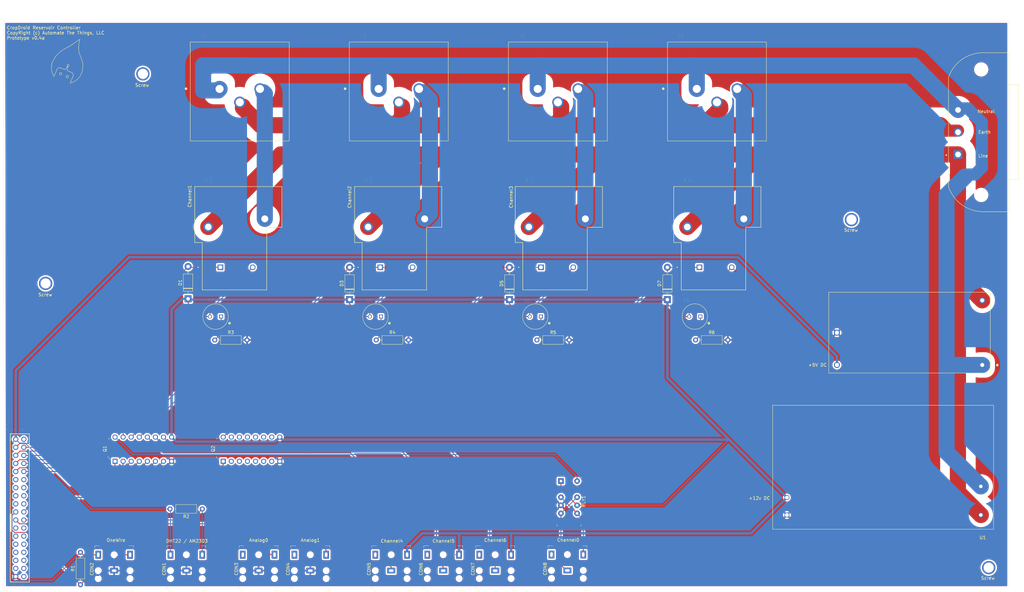
<source format=kicad_pcb>
(kicad_pcb (version 20171130) (host pcbnew 5.1.5-52549c5~84~ubuntu18.04.1)
  (title_block (title "CropDroid Reservoir") (rev 0.5a) (company "Automate The Things, LLC") (comment 3 "License: Proprietary") (comment 4 "Author: Jeremy Hahn"))
  (layers (0 F.Cu signal) (31 B.Cu signal) (34 B.Paste user) (35 F.Paste user) (36 B.SilkS user) (37 F.SilkS user) (38 B.Mask user) (39 F.Mask user) (44 Edge.Cuts user))
  (net 0 "")
  (net 1 "Net-(CON1-Pad2)")
  (net 2 GND)
  (net 3 "Net-(CON2-Pad2)")
  (net 4 "Net-(CON3-Pad3)")
  (net 5 "Net-(CON3-Pad2)")
  (net 6 "Net-(CON4-Pad3)")
  (net 7 "Net-(CON4-Pad2)")
  (net 8 "Net-(CON5-Pad2)")
  (net 9 "Net-(CON5-Pad3)")
  (net 10 "Net-(J5-Pad2)")
  (net 11 "Net-(Q1-Pad16)")
  (net 12 "Net-(J3-Pad2)")
  (net 13 "Net-(D1-Pad2)")
  (net 14 "Net-(D3-Pad2)")
  (net 15 "Net-(J1-Pad2)")
  (net 16 "Net-(CON6-Pad3)")
  (net 17 "Net-(CON7-Pad3)")
  (net 18 "Net-(D2-Pad1)")
  (net 19 "Net-(D4-Pad1)")
  (net 20 "Net-(D5-Pad2)")
  (net 21 "Net-(D6-Pad1)")
  (net 22 "Net-(CON8-Pad1)")
  (net 23 "Net-(CON8-Pad2)")
  (net 24 "Net-(CON8-Pad3)")
  (net 25 "Net-(J1-Pad1)")
  (net 26 "Net-(J1-Pad3)")
  (net 27 "Net-(J2-Pad2)")
  (net 28 "Net-(J4-Pad2)")
  (net 29 "Net-(D7-Pad2)")
  (net 30 "Net-(D8-Pad1)")
  (net 31 "Net-(J4-Pad36)")
  (net 32 "Net-(J4-Pad34)")
  (net 33 "Net-(J4-Pad33)")
  (net 34 "Net-(J4-Pad32)")
  (net 35 "Net-(J4-Pad31)")
  (net 36 "Net-(J4-Pad30)")
  (net 37 "Net-(J4-Pad29)")
  (net 38 "Net-(J4-Pad28)")
  (net 39 "Net-(J4-Pad27)")
  (net 40 "Net-(J4-Pad26)")
  (net 41 "Net-(J4-Pad25)")
  (net 42 "Net-(J4-Pad24)")
  (net 43 "Net-(J4-Pad23)")
  (net 44 "Net-(J4-Pad18)")
  (net 45 "Net-(J4-Pad17)")
  (net 46 "Net-(J4-Pad16)")
  (net 47 "Net-(J4-Pad15)")
  (net 48 "Net-(J4-Pad14)")
  (net 49 "Net-(J4-Pad13)")
  (net 50 "Net-(J4-Pad12)")
  (net 51 "Net-(J4-Pad11)")
  (net 52 "Net-(J4-Pad10)")
  (net 53 "Net-(J4-Pad9)")
  (net 54 "Net-(J4-Pad8)")
  (net 55 "Net-(J4-Pad7)")
  (net 56 "Net-(J4-Pad6)")
  (net 57 "Net-(J4-Pad5)")
  (net 58 "Net-(J4-Pad4)")
  (net 59 "Net-(J4-Pad3)")
  (net 60 "Net-(J6-Pad2)")
  (net 61 "Net-(Q2-Pad15)")
  (net 62 "Net-(Q2-Pad14)")
  (net 63 "Net-(Q2-Pad13)")
  (net 64 "Net-(Q2-Pad12)")
  (net 65 "Net-(Q2-Pad11)")
  (net 66 "Net-(Q2-Pad10)")
  (net 67 "Net-(Q2-Pad7)")
  (net 68 "Net-(Q2-Pad6)")
  (net 69 "Net-(Q2-Pad5)")
  (net 70 "Net-(Q2-Pad4)")
  (net 71 "Net-(Q2-Pad3)")
  (net 72 "Net-(Q2-Pad2)")
  (net 73 "Net-(CON1-Pad3)")
  (net 74 "Net-(CON5-Pad1)")
  (net 75 "Net-(CON6-Pad1)")
  (net 76 "Net-(CON7-Pad1)")
  (module IRM-30-12:IRM-30-12 (layer F.Cu) (at 362.7882 156.3878 180)
    (fp_text reference U1 (at 3.41 -41.58) (layer F.SilkS))
    (fp_text value IRM-30-12)
    (pad 4 thru_hole circle (at 65 -29 180) (size 1.524 1.524) (drill 1.1) (layers *.Cu *.Mask) (net 8 "Net-(CON5-Pad2)"))
    (pad 3 thru_hole circle (at 65 -34.5 180) (size 1.524 1.524) (drill 1.1) (layers *.Cu *.Mask) (net 2 GND))
    (pad 2 thru_hole circle (at 4 -25.5 180) (size 1.524 1.524) (drill 1.1) (layers *.Cu *.Mask) (net 26 "Net-(J1-Pad3)"))
    (pad 1 thru_hole circle (at 4 -34.5 180) (size 1.524 1.524) (drill 1.1) (layers *.Cu *.Mask) (net 25 "Net-(J1-Pad1)"))
  )
  (module T9AS1D12-15:RELAY_T9AS1D12-15 (layer F.Cu) (at 220.4085 112.9665)
    (fp_text reference K3 (at -3.665025 -27.220035) (layer F.SilkS) (effects (font (size 1.395488 1.395488) (thickness 0.015))))
    (fp_text value T9AS1D12-15)
    (pad 4 thru_hole circle (at 13.97 -15.24) (size 3.29 3.29) (drill 2.19) (layers *.Cu *.Mask) (net 10 "Net-(J5-Pad2)"))
    (pad 3 thru_hole circle (at -3.81 -12.7) (size 3.09 3.09) (drill 2.06) (layers *.Cu *.Mask) (net 25 "Net-(J1-Pad1)"))
    (pad 1 thru_hole rect (at 0 0) (size 1.76 1.76) (drill 1.17) (layers *.Cu *.Mask) (net 20 "Net-(D5-Pad2)"))
    (pad 2 thru_hole circle (at 10.16 0) (size 1.76 1.76) (drill 1.17) (layers *.Cu *.Mask) (net 8 "Net-(CON5-Pad2)"))
  )
  (module 703W-00_52:QUALTEK_703W-00_52 (layer F.Cu) (at 351.6122 77.47 90)
    (fp_text reference J1 (at -6.81875 -4.83625 90) (layer F.SilkS) (effects (font (size 1.001969 1.001969) (thickness 0.015))))
    (fp_text value 703W-00_52)
    (pad None np_thru_hole circle (at -12.75 7.3 90) (size 3.5 3.5) (drill 3.5) (layers *.Cu *.Mask))
    (pad None np_thru_hole circle (at 26.75 7.3 90) (size 3.5 3.5) (drill 3.5) (layers *.Cu *.Mask))
    (pad 1 thru_hole rect (at 0 0 90) (size 2.7 2.7) (drill 1.8) (layers *.Cu *.Mask) (net 25 "Net-(J1-Pad1)"))
    (pad 2 thru_hole circle (at 7 0 90) (size 2.7 2.7) (drill 1.8) (layers *.Cu *.Mask) (net 15 "Net-(J1-Pad2)"))
    (pad 3 thru_hole circle (at 14 0 90) (size 2.7 2.7) (drill 1.8) (layers *.Cu *.Mask) (net 26 "Net-(J1-Pad3)"))
  )
  (module SAMTEC-MTSW-118-10-X-D-640:SAMTEC-MTSW-118-10-X-D-640 (layer F.Cu) (at 56.4642 188.6458 270)
    (fp_text reference J4 (at -25.3785 4.39951 90) (layer F.SilkS) (effects (font (size 1.5 1.5) (thickness 0.015))))
    (fp_text value SAMTEC-MTSW-118-10-X-D-640)
    (fp_text user 36 (at 23.651 -0.635 90) (layer F.SilkS) (effects (font (thickness 0.015))))
    (fp_text user 35 (at 23.651 1.905 90) (layer F.SilkS) (effects (font (thickness 0.015))))
    (fp_text user 2 (at -24.68 -0.635 90) (layer F.SilkS) (effects (font (thickness 0.015))))
    (fp_text user 1 (at -24.68 1.905 90) (layer F.SilkS) (effects (font (thickness 0.015))))
    (pad 36 thru_hole circle (at 21.59 -1.27 270) (size 1.62001 1.62001) (drill 1.01999) (layers *.Cu) (net 31 "Net-(J4-Pad36)"))
    (pad 35 thru_hole circle (at 21.59 1.27 270) (size 1.62001 1.62001) (drill 1.01999) (layers *.Cu) (net 2 GND))
    (pad 34 thru_hole circle (at 19.05 -1.27 270) (size 1.62001 1.62001) (drill 1.01999) (layers *.Cu) (net 32 "Net-(J4-Pad34)"))
    (pad 33 thru_hole circle (at 19.05 1.27 270) (size 1.62001 1.62001) (drill 1.01999) (layers *.Cu) (net 33 "Net-(J4-Pad33)"))
    (pad 32 thru_hole circle (at 16.51 -1.27 270) (size 1.62001 1.62001) (drill 1.01999) (layers *.Cu) (net 34 "Net-(J4-Pad32)"))
    (pad 31 thru_hole circle (at 16.51 1.27 270) (size 1.62001 1.62001) (drill 1.01999) (layers *.Cu) (net 35 "Net-(J4-Pad31)"))
    (pad 30 thru_hole circle (at 13.97 -1.27 270) (size 1.62001 1.62001) (drill 1.01999) (layers *.Cu) (net 36 "Net-(J4-Pad30)"))
    (pad 29 thru_hole circle (at 13.97 1.27 270) (size 1.62001 1.62001) (drill 1.01999) (layers *.Cu) (net 37 "Net-(J4-Pad29)"))
    (pad 28 thru_hole circle (at 11.43 -1.27 270) (size 1.62001 1.62001) (drill 1.01999) (layers *.Cu) (net 38 "Net-(J4-Pad28)"))
    (pad 27 thru_hole circle (at 11.43 1.27 270) (size 1.62001 1.62001) (drill 1.01999) (layers *.Cu) (net 39 "Net-(J4-Pad27)"))
    (pad 26 thru_hole circle (at 8.89 -1.27 270) (size 1.62001 1.62001) (drill 1.01999) (layers *.Cu) (net 40 "Net-(J4-Pad26)"))
    (pad 25 thru_hole circle (at 8.89 1.27 270) (size 1.62001 1.62001) (drill 1.01999) (layers *.Cu) (net 41 "Net-(J4-Pad25)"))
    (pad 24 thru_hole circle (at 6.35 -1.27 270) (size 1.62001 1.62001) (drill 1.01999) (layers *.Cu) (net 42 "Net-(J4-Pad24)"))
    (pad 23 thru_hole circle (at 6.35 1.27 270) (size 1.62001 1.62001) (drill 1.01999) (layers *.Cu) (net 43 "Net-(J4-Pad23)"))
    (pad 22 thru_hole circle (at 3.81 -1.27 270) (size 1.62001 1.62001) (drill 1.01999) (layers *.Cu) (net 1 "Net-(CON1-Pad2)"))
    (pad 21 thru_hole circle (at 3.81 1.27 270) (size 1.62001 1.62001) (drill 1.01999) (layers *.Cu) (net 5 "Net-(CON3-Pad2)"))
    (pad 20 thru_hole circle (at 1.27 -1.27 270) (size 1.62001 1.62001) (drill 1.01999) (layers *.Cu) (net 7 "Net-(CON4-Pad2)"))
    (pad 19 thru_hole circle (at 1.27 1.27 270) (size 1.62001 1.62001) (drill 1.01999) (layers *.Cu) (net 3 "Net-(CON2-Pad2)"))
    (pad 18 thru_hole circle (at -1.27 -1.27 270) (size 1.62001 1.62001) (drill 1.01999) (layers *.Cu) (net 44 "Net-(J4-Pad18)"))
    (pad 17 thru_hole circle (at -1.27 1.27 270) (size 1.62001 1.62001) (drill 1.01999) (layers *.Cu) (net 45 "Net-(J4-Pad17)"))
    (pad 16 thru_hole circle (at -3.81 -1.27 270) (size 1.62001 1.62001) (drill 1.01999) (layers *.Cu) (net 46 "Net-(J4-Pad16)"))
    (pad 15 thru_hole circle (at -3.81 1.27 270) (size 1.62001 1.62001) (drill 1.01999) (layers *.Cu) (net 47 "Net-(J4-Pad15)"))
    (pad 14 thru_hole circle (at -6.35 -1.27 270) (size 1.62001 1.62001) (drill 1.01999) (layers *.Cu) (net 48 "Net-(J4-Pad14)"))
    (pad 13 thru_hole circle (at -6.35 1.27 270) (size 1.62001 1.62001) (drill 1.01999) (layers *.Cu) (net 49 "Net-(J4-Pad13)"))
    (pad 12 thru_hole circle (at -8.89 -1.27 270) (size 1.62001 1.62001) (drill 1.01999) (layers *.Cu) (net 50 "Net-(J4-Pad12)"))
    (pad 11 thru_hole circle (at -8.89 1.27 270) (size 1.62001 1.62001) (drill 1.01999) (layers *.Cu) (net 51 "Net-(J4-Pad11)"))
    (pad 10 thru_hole circle (at -11.43 -1.27 270) (size 1.62001 1.62001) (drill 1.01999) (layers *.Cu) (net 52 "Net-(J4-Pad10)"))
    (pad 9 thru_hole circle (at -11.43 1.27 270) (size 1.62001 1.62001) (drill 1.01999) (layers *.Cu) (net 53 "Net-(J4-Pad9)"))
    (pad 8 thru_hole circle (at -13.97 -1.27 270) (size 1.62001 1.62001) (drill 1.01999) (layers *.Cu) (net 54 "Net-(J4-Pad8)"))
    (pad 7 thru_hole circle (at -13.97 1.27 270) (size 1.62001 1.62001) (drill 1.01999) (layers *.Cu) (net 55 "Net-(J4-Pad7)"))
    (pad 6 thru_hole circle (at -16.51 -1.27 270) (size 1.62001 1.62001) (drill 1.01999) (layers *.Cu) (net 56 "Net-(J4-Pad6)"))
    (pad 5 thru_hole circle (at -16.51 1.27 270) (size 1.62001 1.62001) (drill 1.01999) (layers *.Cu) (net 57 "Net-(J4-Pad5)"))
    (pad 4 thru_hole circle (at -19.05 -1.27 270) (size 1.62001 1.62001) (drill 1.01999) (layers *.Cu) (net 58 "Net-(J4-Pad4)"))
    (pad 3 thru_hole circle (at -19.05 1.27 270) (size 1.62001 1.62001) (drill 1.01999) (layers *.Cu) (net 59 "Net-(J4-Pad3)"))
    (pad 2 thru_hole circle (at -21.59 -1.27 270) (size 1.62001 1.62001) (drill 1.01999) (layers *.Cu) (net 28 "Net-(J4-Pad2)"))
    (pad 1 thru_hole circle (at -21.59 1.27 270) (size 1.62001 1.62001) (drill 1.01999) (layers *.Cu) (net 73 "Net-(CON1-Pad3)"))
  )
  (module PSK-6B-S5:CONV_PSK-6B-S5 (layer F.Cu) (at 336.3722 133.5278 180)
    (fp_text reference PS1 (at -19.9719 -14.65798) (layer F.SilkS) (effects (font (size 1.404693 1.404693) (thickness 0.015))))
    (fp_text value PSK-6B-S5)
    (pad 4 thru_hole circle (at 22.86 0 180) (size 1.881 1.881) (drill 1.254) (layers *.Cu *.Mask) (net 2 GND))
    (pad 3 thru_hole circle (at 22.86 -10.16 180) (size 1.881 1.881) (drill 1.254) (layers *.Cu *.Mask) (net 73 "Net-(CON1-Pad3)"))
    (pad 2 thru_hole circle (at -22.86 10.16 180) (size 1.881 1.881) (drill 1.254) (layers *.Cu *.Mask) (net 25 "Net-(J1-Pad1)"))
    (pad 1 thru_hole rect (at -22.86 -10.16 180) (size 1.881 1.881) (drill 1.254) (layers *.Cu *.Mask) (net 26 "Net-(J1-Pad3)"))
  )
  (module 3-213598-2:TE_3-213598-2 (layer F.Cu) (at 175.7045 57.6625)
    (fp_text reference J3 (at -11.36735 -17.40053) (layer F.SilkS) (effects (font (size 1.320047 1.320047) (thickness 0.015))))
    (fp_text value 3-213598-2)
    (pad 3 thru_hole circle (at 0 3.38) (size 3.556 3.556) (drill 2.54) (layers *.Cu *.Mask) (net 15 "Net-(J1-Pad2)"))
    (pad 2 thru_hole circle (at 6.35 -0.81) (size 3.556 3.556) (drill 2.54) (layers *.Cu *.Mask) (net 12 "Net-(J3-Pad2)"))
    (pad 1 thru_hole rect (at -6.35 -0.81) (size 3.556 3.556) (drill 2.54) (layers *.Cu *.Mask) (net 26 "Net-(J1-Pad3)"))
  )
  (module Resistor_THT:R_Axial_DIN0207_L6.3mm_D2.5mm_P10.16mm_Horizontal (layer F.Cu) (at 269.0622 135.8138)
    (fp_text reference R6 (at 5.08 -2.37) (layer F.SilkS))
    (fp_text value R)
    (pad 2 thru_hole oval (at 10.16 0) (size 1.6 1.6) (drill 0.8) (layers *.Cu *.Mask) (net 2 GND))
    (pad 1 thru_hole circle (at 0 0) (size 1.6 1.6) (drill 0.8) (layers *.Cu *.Mask) (net 30 "Net-(D8-Pad1)"))
  )
  (module digikey-footprints:DIP-16_W7.62mm (layer F.Cu) (at 120.4722 173.99 90)
    (fp_text reference Q2 (at 3.94 -3.2 90) (layer F.SilkS))
    (fp_text value ULN2003AN)
    (pad 9 thru_hole circle (at 7.62 17.78 90) (size 1.6 1.6) (drill 1) (layers *.Cu *.Mask) (net 8 "Net-(CON5-Pad2)"))
    (pad 8 thru_hole circle (at 0 17.78 90) (size 1.6 1.6) (drill 1) (layers *.Cu *.Mask) (net 2 GND))
    (pad 16 thru_hole circle (at 7.62 0 90) (size 1.6 1.6) (drill 1) (layers *.Cu *.Mask) (net 29 "Net-(D7-Pad2)"))
    (pad 15 thru_hole circle (at 7.62 2.54 90) (size 1.6 1.6) (drill 1) (layers *.Cu *.Mask) (net 61 "Net-(Q2-Pad15)"))
    (pad 14 thru_hole circle (at 7.62 5.08 90) (size 1.6 1.6) (drill 1) (layers *.Cu *.Mask) (net 62 "Net-(Q2-Pad14)"))
    (pad 13 thru_hole circle (at 7.62 7.62 90) (size 1.6 1.6) (drill 1) (layers *.Cu *.Mask) (net 63 "Net-(Q2-Pad13)"))
    (pad 12 thru_hole circle (at 7.62 10.16 90) (size 1.6 1.6) (drill 1) (layers *.Cu *.Mask) (net 64 "Net-(Q2-Pad12)"))
    (pad 11 thru_hole circle (at 7.62 12.7 90) (size 1.6 1.6) (drill 1) (layers *.Cu *.Mask) (net 65 "Net-(Q2-Pad11)"))
    (pad 10 thru_hole circle (at 7.62 15.24 90) (size 1.6 1.6) (drill 1) (layers *.Cu *.Mask) (net 66 "Net-(Q2-Pad10)"))
    (pad 7 thru_hole circle (at 0 15.24 90) (size 1.6 1.6) (drill 1) (layers *.Cu *.Mask) (net 67 "Net-(Q2-Pad7)"))
    (pad 6 thru_hole circle (at 0 12.7 90) (size 1.6 1.6) (drill 1) (layers *.Cu *.Mask) (net 68 "Net-(Q2-Pad6)"))
    (pad 5 thru_hole circle (at 0 10.16 90) (size 1.6 1.6) (drill 1) (layers *.Cu *.Mask) (net 69 "Net-(Q2-Pad5)"))
    (pad 4 thru_hole circle (at 0 7.62 90) (size 1.6 1.6) (drill 1) (layers *.Cu *.Mask) (net 70 "Net-(Q2-Pad4)"))
    (pad 3 thru_hole circle (at 0 5.08 90) (size 1.6 1.6) (drill 1) (layers *.Cu *.Mask) (net 71 "Net-(Q2-Pad3)"))
    (pad 2 thru_hole circle (at 0 2.54 90) (size 1.6 1.6) (drill 1) (layers *.Cu *.Mask) (net 72 "Net-(Q2-Pad2)"))
    (pad 1 thru_hole rect (at 0 0 90) (size 1.6 1.6) (drill 1) (layers *.Cu *.Mask) (net 52 "Net-(J4-Pad10)"))
  )
  (module T9AS1D12-15:RELAY_T9AS1D12-15 (layer F.Cu) (at 270.256 112.9665)
    (fp_text reference K4 (at -3.665025 -27.220035) (layer F.SilkS) (effects (font (size 1.395488 1.395488) (thickness 0.015))))
    (fp_text value T9AS1D12-15)
    (pad 4 thru_hole circle (at 13.97 -15.24) (size 3.29 3.29) (drill 2.19) (layers *.Cu *.Mask) (net 60 "Net-(J6-Pad2)"))
    (pad 3 thru_hole circle (at -3.81 -12.7) (size 3.09 3.09) (drill 2.06) (layers *.Cu *.Mask) (net 25 "Net-(J1-Pad1)"))
    (pad 1 thru_hole rect (at 0 0) (size 1.76 1.76) (drill 1.17) (layers *.Cu *.Mask) (net 29 "Net-(D7-Pad2)"))
    (pad 2 thru_hole circle (at 10.16 0) (size 1.76 1.76) (drill 1.17) (layers *.Cu *.Mask) (net 8 "Net-(CON5-Pad2)"))
  )
  (module 3-213598-2:TE_3-213598-2 (layer F.Cu) (at 275.77796 57.6625)
    (fp_text reference J6 (at -11.36735 -17.40053) (layer F.SilkS) (effects (font (size 1.320047 1.320047) (thickness 0.015))))
    (fp_text value 3-213598-2)
    (pad 3 thru_hole circle (at 0 3.38) (size 3.556 3.556) (drill 2.54) (layers *.Cu *.Mask) (net 15 "Net-(J1-Pad2)"))
    (pad 2 thru_hole circle (at 6.35 -0.81) (size 3.556 3.556) (drill 2.54) (layers *.Cu *.Mask) (net 60 "Net-(J6-Pad2)"))
    (pad 1 thru_hole rect (at -6.35 -0.81) (size 3.556 3.556) (drill 2.54) (layers *.Cu *.Mask) (net 26 "Net-(J1-Pad3)"))
  )
  (module libraries:CAPPRD350W60D800H2000 (layer F.Cu) (at 268.8082 128.4478 180)
    (fp_text reference D8 (at 2.794 5.08) (layer F.SilkS) (effects (font (thickness 0.015))))
    (fp_text value LED)
    (pad 2 thru_hole circle (at 1.75 0 180) (size 1.23 1.23) (drill 0.82) (layers *.Cu *.Mask) (net 8 "Net-(CON5-Pad2)"))
    (pad 1 thru_hole rect (at -1.75 0 180) (size 1.23 1.23) (drill 0.82) (layers *.Cu *.Mask) (net 30 "Net-(D8-Pad1)"))
  )
  (module Diode_THT:D_DO-41_SOD81_P10.16mm_Horizontal (layer F.Cu) (at 260.1722 123.1265 90)
    (fp_text reference D7 (at 5.08 -2.47 90) (layer F.SilkS))
    (fp_text value 1N4001)
    (pad 2 thru_hole oval (at 10.16 0 90) (size 2.2 2.2) (drill 1.1) (layers *.Cu *.Mask) (net 29 "Net-(D7-Pad2)"))
    (pad 1 thru_hole rect (at 0 0 90) (size 2.2 2.2) (drill 1.1) (layers *.Cu *.Mask) (net 8 "Net-(CON5-Pad2)"))
  )
  (module digikey-footprints:Headphone_Jack_3.5mm_SJ1-3523N (layer F.Cu) (at 189.6618 203.3778 90)
    (fp_text reference CON6 (at -4.5 -7 90) (layer F.SilkS))
    (fp_text value SJ1-3523N)
    (pad "" np_thru_hole circle (at -7.5 5 90) (size 1.2 1.2) (drill 1.2) (layers *.Cu *.Mask))
    (pad "" np_thru_hole circle (at -5 5 90) (size 1.2 1.2) (drill 1.2) (layers *.Cu *.Mask))
    (pad "" np_thru_hole circle (at -7.5 -5 90) (size 1.2 1.2) (drill 1.2) (layers *.Cu *.Mask))
    (pad "" np_thru_hole circle (at -5 -5 90) (size 1.2 1.2) (drill 1.2) (layers *.Cu *.Mask))
    (pad "" np_thru_hole circle (at 0 0 90) (size 1.2 1.2) (drill 1.2) (layers *.Cu *.Mask))
    (pad 1 thru_hole rect (at -5 0 90) (size 1.8 2.5) (drill oval 0.8 1.5) (layers *.Cu *.Mask) (net 75 "Net-(CON6-Pad1)"))
    (pad 2 thru_hole rect (at 0 5 90) (size 2.5 1.8) (drill oval 1.5 0.8) (layers *.Cu *.Mask) (net 8 "Net-(CON5-Pad2)"))
    (pad 3 thru_hole rect (at 0 -5 90) (size 2.5 1.8) (drill oval 1.5 0.8) (layers *.Cu *.Mask) (net 16 "Net-(CON6-Pad3)"))
  )
  (module digikey-footprints:Headphone_Jack_3.5mm_SJ1-3523N (layer F.Cu) (at 131.5974 203.3778 90)
    (fp_text reference CON3 (at -4.5 -7 90) (layer F.SilkS))
    (fp_text value SJ1-3523N)
    (pad "" np_thru_hole circle (at -7.5 5 90) (size 1.2 1.2) (drill 1.2) (layers *.Cu *.Mask))
    (pad "" np_thru_hole circle (at -5 5 90) (size 1.2 1.2) (drill 1.2) (layers *.Cu *.Mask))
    (pad "" np_thru_hole circle (at -7.5 -5 90) (size 1.2 1.2) (drill 1.2) (layers *.Cu *.Mask))
    (pad "" np_thru_hole circle (at -5 -5 90) (size 1.2 1.2) (drill 1.2) (layers *.Cu *.Mask))
    (pad "" np_thru_hole circle (at 0 0 90) (size 1.2 1.2) (drill 1.2) (layers *.Cu *.Mask))
    (pad 1 thru_hole rect (at -5 0 90) (size 1.8 2.5) (drill oval 0.8 1.5) (layers *.Cu *.Mask) (net 2 GND))
    (pad 2 thru_hole rect (at 0 5 90) (size 2.5 1.8) (drill oval 1.5 0.8) (layers *.Cu *.Mask) (net 5 "Net-(CON3-Pad2)"))
    (pad 3 thru_hole rect (at 0 -5 90) (size 2.5 1.8) (drill oval 1.5 0.8) (layers *.Cu *.Mask) (net 4 "Net-(CON3-Pad3)"))
  )
  (module digikey-footprints:Headphone_Jack_3.5mm_SJ1-3523N (layer F.Cu) (at 206.0194 203.3778 90)
    (fp_text reference CON7 (at -4.5 -7 90) (layer F.SilkS))
    (fp_text value SJ1-3523N)
    (pad "" np_thru_hole circle (at -7.5 5 90) (size 1.2 1.2) (drill 1.2) (layers *.Cu *.Mask))
    (pad "" np_thru_hole circle (at -5 5 90) (size 1.2 1.2) (drill 1.2) (layers *.Cu *.Mask))
    (pad "" np_thru_hole circle (at -7.5 -5 90) (size 1.2 1.2) (drill 1.2) (layers *.Cu *.Mask))
    (pad "" np_thru_hole circle (at -5 -5 90) (size 1.2 1.2) (drill 1.2) (layers *.Cu *.Mask))
    (pad "" np_thru_hole circle (at 0 0 90) (size 1.2 1.2) (drill 1.2) (layers *.Cu *.Mask))
    (pad 1 thru_hole rect (at -5 0 90) (size 1.8 2.5) (drill oval 0.8 1.5) (layers *.Cu *.Mask) (net 76 "Net-(CON7-Pad1)"))
    (pad 2 thru_hole rect (at 0 5 90) (size 2.5 1.8) (drill oval 1.5 0.8) (layers *.Cu *.Mask) (net 8 "Net-(CON5-Pad2)"))
    (pad 3 thru_hole rect (at 0 -5 90) (size 2.5 1.8) (drill oval 1.5 0.8) (layers *.Cu *.Mask) (net 17 "Net-(CON7-Pad3)"))
  )
  (module drill-hole:Drill_Hole (layer F.Cu) (at 95.1992 52.1208)
    (fp_text reference Screw (at -0.254 3.556) (layer F.SilkS))
    (fp_text value Drill)
    (pad 1 thru_hole circle (at 0 0) (size 4.2 4.2) (drill 3.2) (layers *.Cu *.Mask))
  )
  (module digikey-footprints:Headphone_Jack_3.5mm_SJ1-3523N (layer F.Cu) (at 86.1479 203.3905 90)
    (fp_text reference CON2 (at -4.5 -7 90) (layer F.SilkS))
    (fp_text value SJ1-3523N)
    (pad "" np_thru_hole circle (at -7.5 5 90) (size 1.2 1.2) (drill 1.2) (layers *.Cu *.Mask))
    (pad "" np_thru_hole circle (at -5 5 90) (size 1.2 1.2) (drill 1.2) (layers *.Cu *.Mask))
    (pad "" np_thru_hole circle (at -7.5 -5 90) (size 1.2 1.2) (drill 1.2) (layers *.Cu *.Mask))
    (pad "" np_thru_hole circle (at -5 -5 90) (size 1.2 1.2) (drill 1.2) (layers *.Cu *.Mask))
    (pad "" np_thru_hole circle (at 0 0 90) (size 1.2 1.2) (drill 1.2) (layers *.Cu *.Mask))
    (pad 1 thru_hole rect (at -5 0 90) (size 1.8 2.5) (drill oval 0.8 1.5) (layers *.Cu *.Mask) (net 2 GND))
    (pad 2 thru_hole rect (at 0 5 90) (size 2.5 1.8) (drill oval 1.5 0.8) (layers *.Cu *.Mask) (net 3 "Net-(CON2-Pad2)"))
    (pad 3 thru_hole rect (at 0 -5 90) (size 2.5 1.8) (drill oval 1.5 0.8) (layers *.Cu *.Mask) (net 73 "Net-(CON1-Pad3)"))
  )
  (module digikey-footprints:Headphone_Jack_3.5mm_SJ1-3523N (layer F.Cu) (at 108.8644 203.3778 90)
    (fp_text reference CON1 (at -4.5 -7 90) (layer F.SilkS))
    (fp_text value SJ1-3523N)
    (pad "" np_thru_hole circle (at -7.5 5 90) (size 1.2 1.2) (drill 1.2) (layers *.Cu *.Mask))
    (pad "" np_thru_hole circle (at -5 5 90) (size 1.2 1.2) (drill 1.2) (layers *.Cu *.Mask))
    (pad "" np_thru_hole circle (at -7.5 -5 90) (size 1.2 1.2) (drill 1.2) (layers *.Cu *.Mask))
    (pad "" np_thru_hole circle (at -5 -5 90) (size 1.2 1.2) (drill 1.2) (layers *.Cu *.Mask))
    (pad "" np_thru_hole circle (at 0 0 90) (size 1.2 1.2) (drill 1.2) (layers *.Cu *.Mask))
    (pad 1 thru_hole rect (at -5 0 90) (size 1.8 2.5) (drill oval 0.8 1.5) (layers *.Cu *.Mask) (net 2 GND))
    (pad 2 thru_hole rect (at 0 5 90) (size 2.5 1.8) (drill oval 1.5 0.8) (layers *.Cu *.Mask) (net 1 "Net-(CON1-Pad2)"))
    (pad 3 thru_hole rect (at 0 -5 90) (size 2.5 1.8) (drill oval 1.5 0.8) (layers *.Cu *.Mask) (net 73 "Net-(CON1-Pad3)"))
  )
  (module drill-hole:Drill_Hole (layer F.Cu) (at 318.0842 97.9678)
    (fp_text reference Screw (at -0.127 3.302) (layer F.SilkS))
    (fp_text value Drill)
    (pad 1 thru_hole circle (at 0 0) (size 4.2 4.2) (drill 3.2) (layers *.Cu *.Mask))
  )
  (module drill-hole:Drill_Hole (layer F.Cu) (at 64.5922 118.0338)
    (fp_text reference Screw (at -0.1143 3.5433) (layer F.SilkS))
    (fp_text value Drill)
    (pad 1 thru_hole circle (at 0 0) (size 4.2 4.2) (drill 3.2) (layers *.Cu *.Mask))
  )
  (module libraries:cropdroid_logo (layer F.Cu) (at 71.3486 48.0949)
    (fp_text reference G*** hide)
    (fp_text value LOGO hide)
  )
  (module drill-hole:Drill_Hole (layer F.Cu) (at 361.2642 207.4418)
    (fp_text reference Screw (at -0.2413 3.2893) (layer F.SilkS))
    (fp_text value Drill)
    (pad 1 thru_hole circle (at 0 0) (size 4.2 4.2) (drill 3.2) (layers *.Cu *.Mask))
  )
  (module Resistor_THT:R_Axial_DIN0207_L6.3mm_D2.5mm_P10.16mm_Horizontal (layer F.Cu) (at 168.5925 135.8265)
    (fp_text reference R4 (at 5.08 -2.37) (layer F.SilkS))
    (fp_text value R)
    (pad 2 thru_hole oval (at 10.16 0) (size 1.6 1.6) (drill 0.8) (layers *.Cu *.Mask) (net 2 GND))
    (pad 1 thru_hole circle (at 0 0) (size 1.6 1.6) (drill 0.8) (layers *.Cu *.Mask) (net 19 "Net-(D4-Pad1)"))
  )
  (module libraries:CAPPRD350W60D800H2000 (layer F.Cu) (at 118.0465 128.4605 180)
    (fp_text reference D2 (at 1.524 5.334) (layer F.SilkS) (effects (font (thickness 0.015))))
    (fp_text value LED)
    (pad 2 thru_hole circle (at 1.75 0 180) (size 1.23 1.23) (drill 0.82) (layers *.Cu *.Mask) (net 8 "Net-(CON5-Pad2)"))
    (pad 1 thru_hole rect (at -1.75 0 180) (size 1.23 1.23) (drill 0.82) (layers *.Cu *.Mask) (net 18 "Net-(D2-Pad1)"))
  )
  (module Resistor_THT:R_Axial_DIN0207_L6.3mm_D2.5mm_P10.16mm_Horizontal (layer F.Cu) (at 219.1385 135.8265)
    (fp_text reference R5 (at 5.08 -2.37) (layer F.SilkS))
    (fp_text value R)
    (pad 2 thru_hole oval (at 10.16 0) (size 1.6 1.6) (drill 0.8) (layers *.Cu *.Mask) (net 2 GND))
    (pad 1 thru_hole circle (at 0 0) (size 1.6 1.6) (drill 0.8) (layers *.Cu *.Mask) (net 21 "Net-(D6-Pad1)"))
  )
  (module Resistor_THT:R_Axial_DIN0207_L6.3mm_D2.5mm_P10.16mm_Horizontal (layer F.Cu) (at 117.7925 135.8265)
    (fp_text reference R3 (at 5.08 -2.37) (layer F.SilkS))
    (fp_text value R)
    (pad 2 thru_hole oval (at 10.16 0) (size 1.6 1.6) (drill 0.8) (layers *.Cu *.Mask) (net 2 GND))
    (pad 1 thru_hole circle (at 0 0) (size 1.6 1.6) (drill 0.8) (layers *.Cu *.Mask) (net 18 "Net-(D2-Pad1)"))
  )
  (module libraries:CAPPRD350W60D800H2000 (layer F.Cu) (at 218.6305 128.4605 180)
    (fp_text reference D6 (at 2.54 4.826) (layer F.SilkS) (effects (font (thickness 0.015))))
    (fp_text value LED)
    (pad 2 thru_hole circle (at 1.75 0 180) (size 1.23 1.23) (drill 0.82) (layers *.Cu *.Mask) (net 8 "Net-(CON5-Pad2)"))
    (pad 1 thru_hole rect (at -1.75 0 180) (size 1.23 1.23) (drill 0.82) (layers *.Cu *.Mask) (net 21 "Net-(D6-Pad1)"))
  )
  (module libraries:CAPPRD350W60D800H2000 (layer F.Cu) (at 168.3385 128.4605 180)
    (fp_text reference D4 (at 2.032 5.08) (layer F.SilkS) (effects (font (thickness 0.015))))
    (fp_text value LED)
    (pad 2 thru_hole circle (at 1.75 0 180) (size 1.23 1.23) (drill 0.82) (layers *.Cu *.Mask) (net 8 "Net-(CON5-Pad2)"))
    (pad 1 thru_hole rect (at -1.75 0 180) (size 1.23 1.23) (drill 0.82) (layers *.Cu *.Mask) (net 19 "Net-(D4-Pad1)"))
  )
  (module digikey-footprints:Relay_THT_EC2 (layer F.Cu) (at 231.775 180.213 270)
    (fp_text reference RLY1 (at 6.4 -2.075 90) (layer F.SilkS))
    (fp_text value EC2-12NU)
    (pad 1 thru_hole rect (at 0 5.08 270) (size 1.8 1.8) (drill 0.8) (layers *.Cu *.Mask) (net 8 "Net-(CON5-Pad2)"))
    (pad 3 thru_hole circle (at 5.08 5.08 270) (size 1.8 1.8) (drill 0.8) (layers *.Cu *.Mask) (net 23 "Net-(CON8-Pad2)"))
    (pad 4 thru_hole circle (at 7.62 5.08 270) (size 1.8 1.8) (drill 0.8) (layers *.Cu *.Mask) (net 2 GND))
    (pad 5 thru_hole circle (at 10.16 5.08 270) (size 1.8 1.8) (drill 0.8) (layers *.Cu *.Mask) (net 22 "Net-(CON8-Pad1)"))
    (pad 8 thru_hole circle (at 10.16 0 270) (size 1.8 1.8) (drill 0.8) (layers *.Cu *.Mask) (net 23 "Net-(CON8-Pad2)"))
    (pad 9 thru_hole circle (at 7.62 0 270) (size 1.8 1.8) (drill 0.8) (layers *.Cu *.Mask) (net 8 "Net-(CON5-Pad2)"))
    (pad 10 thru_hole circle (at 5.08 0 270) (size 1.8 1.8) (drill 0.8) (layers *.Cu *.Mask) (net 22 "Net-(CON8-Pad1)"))
    (pad 12 thru_hole circle (at 0 0 270) (size 1.8 1.8) (drill 0.8) (layers *.Cu *.Mask) (net 11 "Net-(Q1-Pad16)"))
  )
  (module Resistor_THT:R_Axial_DIN0207_L6.3mm_D2.5mm_P10.16mm_Horizontal (layer F.Cu) (at 113.8936 188.976 180)
    (fp_text reference R2 (at 5.08 -2.37) (layer F.SilkS))
    (fp_text value 10k)
    (pad 2 thru_hole oval (at 10.16 0 180) (size 1.6 1.6) (drill 0.8) (layers *.Cu *.Mask) (net 73 "Net-(CON1-Pad3)"))
    (pad 1 thru_hole circle (at 0 0 180) (size 1.6 1.6) (drill 0.8) (layers *.Cu *.Mask) (net 1 "Net-(CON1-Pad2)"))
  )
  (module Resistor_THT:R_Axial_DIN0207_L6.3mm_D2.5mm_P10.16mm_Horizontal (layer F.Cu) (at 75.5523 212.7885 90)
    (fp_text reference R1 (at 5.08 -2.37 90) (layer F.SilkS))
    (fp_text value 4.7k)
    (pad 2 thru_hole oval (at 10.16 0 90) (size 1.6 1.6) (drill 0.8) (layers *.Cu *.Mask) (net 73 "Net-(CON1-Pad3)"))
    (pad 1 thru_hole circle (at 0 0 90) (size 1.6 1.6) (drill 0.8) (layers *.Cu *.Mask) (net 3 "Net-(CON2-Pad2)"))
  )
  (module digikey-footprints:DIP-16_W7.62mm (layer F.Cu) (at 86.4362 173.99 90)
    (fp_text reference Q1 (at 3.94 -3.2 90) (layer F.SilkS))
    (fp_text value ULN2003AN)
    (pad 9 thru_hole circle (at 7.62 17.78 90) (size 1.6 1.6) (drill 1) (layers *.Cu *.Mask) (net 8 "Net-(CON5-Pad2)"))
    (pad 8 thru_hole circle (at 0 17.78 90) (size 1.6 1.6) (drill 1) (layers *.Cu *.Mask) (net 2 GND))
    (pad 16 thru_hole circle (at 7.62 0 90) (size 1.6 1.6) (drill 1) (layers *.Cu *.Mask) (net 11 "Net-(Q1-Pad16)"))
    (pad 15 thru_hole circle (at 7.62 2.54 90) (size 1.6 1.6) (drill 1) (layers *.Cu *.Mask) (net 13 "Net-(D1-Pad2)"))
    (pad 14 thru_hole circle (at 7.62 5.08 90) (size 1.6 1.6) (drill 1) (layers *.Cu *.Mask) (net 14 "Net-(D3-Pad2)"))
    (pad 13 thru_hole circle (at 7.62 7.62 90) (size 1.6 1.6) (drill 1) (layers *.Cu *.Mask) (net 20 "Net-(D5-Pad2)"))
    (pad 12 thru_hole circle (at 7.62 10.16 90) (size 1.6 1.6) (drill 1) (layers *.Cu *.Mask) (net 74 "Net-(CON5-Pad1)"))
    (pad 11 thru_hole circle (at 7.62 12.7 90) (size 1.6 1.6) (drill 1) (layers *.Cu *.Mask) (net 75 "Net-(CON6-Pad1)"))
    (pad 10 thru_hole circle (at 7.62 15.24 90) (size 1.6 1.6) (drill 1) (layers *.Cu *.Mask) (net 76 "Net-(CON7-Pad1)"))
    (pad 7 thru_hole circle (at 0 15.24 90) (size 1.6 1.6) (drill 1) (layers *.Cu *.Mask) (net 53 "Net-(J4-Pad9)"))
    (pad 6 thru_hole circle (at 0 12.7 90) (size 1.6 1.6) (drill 1) (layers *.Cu *.Mask) (net 54 "Net-(J4-Pad8)"))
    (pad 5 thru_hole circle (at 0 10.16 90) (size 1.6 1.6) (drill 1) (layers *.Cu *.Mask) (net 55 "Net-(J4-Pad7)"))
    (pad 4 thru_hole circle (at 0 7.62 90) (size 1.6 1.6) (drill 1) (layers *.Cu *.Mask) (net 56 "Net-(J4-Pad6)"))
    (pad 3 thru_hole circle (at 0 5.08 90) (size 1.6 1.6) (drill 1) (layers *.Cu *.Mask) (net 57 "Net-(J4-Pad5)"))
    (pad 2 thru_hole circle (at 0 2.54 90) (size 1.6 1.6) (drill 1) (layers *.Cu *.Mask) (net 58 "Net-(J4-Pad4)"))
    (pad 1 thru_hole rect (at 0 0 90) (size 1.6 1.6) (drill 1) (layers *.Cu *.Mask) (net 59 "Net-(J4-Pad3)"))
  )
  (module T9AS1D12-15:RELAY_T9AS1D12-15 (layer F.Cu) (at 169.8625 112.9665)
    (fp_text reference K2 (at -3.665025 -27.220035) (layer F.SilkS) (effects (font (size 1.395488 1.395488) (thickness 0.015))))
    (fp_text value T9AS1D12-15)
    (pad 4 thru_hole circle (at 13.97 -15.24) (size 3.29 3.29) (drill 2.19) (layers *.Cu *.Mask) (net 12 "Net-(J3-Pad2)"))
    (pad 3 thru_hole circle (at -3.81 -12.7) (size 3.09 3.09) (drill 2.06) (layers *.Cu *.Mask) (net 25 "Net-(J1-Pad1)"))
    (pad 1 thru_hole rect (at 0 0) (size 1.76 1.76) (drill 1.17) (layers *.Cu *.Mask) (net 14 "Net-(D3-Pad2)"))
    (pad 2 thru_hole circle (at 10.16 0) (size 1.76 1.76) (drill 1.17) (layers *.Cu *.Mask) (net 8 "Net-(CON5-Pad2)"))
  )
  (module T9AS1D12-15:RELAY_T9AS1D12-15 (layer F.Cu) (at 119.5705 112.9665)
    (fp_text reference K1 (at -3.665025 -27.220035) (layer F.SilkS) (effects (font (size 1.395488 1.395488) (thickness 0.015))))
    (fp_text value T9AS1D12-15)
    (pad 4 thru_hole circle (at 13.97 -15.24) (size 3.29 3.29) (drill 2.19) (layers *.Cu *.Mask) (net 27 "Net-(J2-Pad2)"))
    (pad 3 thru_hole circle (at -3.81 -12.7) (size 3.09 3.09) (drill 2.06) (layers *.Cu *.Mask) (net 25 "Net-(J1-Pad1)"))
    (pad 1 thru_hole rect (at 0 0) (size 1.76 1.76) (drill 1.17) (layers *.Cu *.Mask) (net 13 "Net-(D1-Pad2)"))
    (pad 2 thru_hole circle (at 10.16 0) (size 1.76 1.76) (drill 1.17) (layers *.Cu *.Mask) (net 8 "Net-(CON5-Pad2)"))
  )
  (module 3-213598-2:TE_3-213598-2 (layer F.Cu) (at 225.7425 57.6625)
    (fp_text reference J5 (at -11.36735 -17.40053) (layer F.SilkS) (effects (font (size 1.320047 1.320047) (thickness 0.015))))
    (fp_text value 3-213598-2)
    (pad 3 thru_hole circle (at 0 3.38) (size 3.556 3.556) (drill 2.54) (layers *.Cu *.Mask) (net 15 "Net-(J1-Pad2)"))
    (pad 2 thru_hole circle (at 6.35 -0.81) (size 3.556 3.556) (drill 2.54) (layers *.Cu *.Mask) (net 10 "Net-(J5-Pad2)"))
    (pad 1 thru_hole rect (at -6.35 -0.81) (size 3.556 3.556) (drill 2.54) (layers *.Cu *.Mask) (net 26 "Net-(J1-Pad3)"))
  )
  (module 3-213598-2:TE_3-213598-2 (layer F.Cu) (at 125.6665 57.6625)
    (fp_text reference J2 (at -11.36735 -17.40053) (layer F.SilkS) (effects (font (size 1.320047 1.320047) (thickness 0.015))))
    (fp_text value 3-213598-2)
    (pad 3 thru_hole circle (at 0 3.38) (size 3.556 3.556) (drill 2.54) (layers *.Cu *.Mask) (net 15 "Net-(J1-Pad2)"))
    (pad 2 thru_hole circle (at 6.35 -0.81) (size 3.556 3.556) (drill 2.54) (layers *.Cu *.Mask) (net 27 "Net-(J2-Pad2)"))
    (pad 1 thru_hole rect (at -6.35 -0.81) (size 3.556 3.556) (drill 2.54) (layers *.Cu *.Mask) (net 26 "Net-(J1-Pad3)"))
  )
  (module Diode_THT:D_DO-41_SOD81_P10.16mm_Horizontal (layer F.Cu) (at 210.5025 123.1265 90)
    (fp_text reference D5 (at 5.08 -2.47 90) (layer F.SilkS))
    (fp_text value 1N4001)
    (pad 2 thru_hole oval (at 10.16 0 90) (size 2.2 2.2) (drill 1.1) (layers *.Cu *.Mask) (net 20 "Net-(D5-Pad2)"))
    (pad 1 thru_hole rect (at 0 0 90) (size 2.2 2.2) (drill 1.1) (layers *.Cu *.Mask) (net 8 "Net-(CON5-Pad2)"))
  )
  (module Diode_THT:D_DO-41_SOD81_P10.16mm_Horizontal (layer F.Cu) (at 160.2105 123.1265 90)
    (fp_text reference D3 (at 5.08 -2.47 90) (layer F.SilkS))
    (fp_text value 1N4001)
    (pad 2 thru_hole oval (at 10.16 0 90) (size 2.2 2.2) (drill 1.1) (layers *.Cu *.Mask) (net 14 "Net-(D3-Pad2)"))
    (pad 1 thru_hole rect (at 0 0 90) (size 2.2 2.2) (drill 1.1) (layers *.Cu *.Mask) (net 8 "Net-(CON5-Pad2)"))
  )
  (module Diode_THT:D_DO-41_SOD81_P10.16mm_Horizontal (layer F.Cu) (at 109.4105 122.8725 90)
    (fp_text reference D1 (at 5.08 -2.47 90) (layer F.SilkS))
    (fp_text value 1N4001)
    (pad 2 thru_hole oval (at 10.16 0 90) (size 2.2 2.2) (drill 1.1) (layers *.Cu *.Mask) (net 13 "Net-(D1-Pad2)"))
    (pad 1 thru_hole rect (at 0 0 90) (size 2.2 2.2) (drill 1.1) (layers *.Cu *.Mask) (net 8 "Net-(CON5-Pad2)"))
  )
  (module digikey-footprints:Headphone_Jack_3.5mm_SJ1-3523N (layer F.Cu) (at 228.727 203.327 90)
    (fp_text reference CON8 (at -4.5 -7 90) (layer F.SilkS))
    (fp_text value SJ1-3523N)
    (pad "" np_thru_hole circle (at -7.5 5 90) (size 1.2 1.2) (drill 1.2) (layers *.Cu *.Mask))
    (pad "" np_thru_hole circle (at -5 5 90) (size 1.2 1.2) (drill 1.2) (layers *.Cu *.Mask))
    (pad "" np_thru_hole circle (at -7.5 -5 90) (size 1.2 1.2) (drill 1.2) (layers *.Cu *.Mask))
    (pad "" np_thru_hole circle (at -5 -5 90) (size 1.2 1.2) (drill 1.2) (layers *.Cu *.Mask))
    (pad "" np_thru_hole circle (at 0 0 90) (size 1.2 1.2) (drill 1.2) (layers *.Cu *.Mask))
    (pad 1 thru_hole rect (at -5 0 90) (size 1.8 2.5) (drill oval 0.8 1.5) (layers *.Cu *.Mask) (net 22 "Net-(CON8-Pad1)"))
    (pad 2 thru_hole rect (at 0 5 90) (size 2.5 1.8) (drill oval 1.5 0.8) (layers *.Cu *.Mask) (net 23 "Net-(CON8-Pad2)"))
    (pad 3 thru_hole rect (at 0 -5 90) (size 2.5 1.8) (drill oval 1.5 0.8) (layers *.Cu *.Mask) (net 24 "Net-(CON8-Pad3)"))
  )
  (module digikey-footprints:Headphone_Jack_3.5mm_SJ1-3523N (layer F.Cu) (at 147.8534 203.3778 90)
    (fp_text reference CON4 (at -4.5 -7 90) (layer F.SilkS))
    (fp_text value SJ1-3523N)
    (pad "" np_thru_hole circle (at -7.5 5 90) (size 1.2 1.2) (drill 1.2) (layers *.Cu *.Mask))
    (pad "" np_thru_hole circle (at -5 5 90) (size 1.2 1.2) (drill 1.2) (layers *.Cu *.Mask))
    (pad "" np_thru_hole circle (at -7.5 -5 90) (size 1.2 1.2) (drill 1.2) (layers *.Cu *.Mask))
    (pad "" np_thru_hole circle (at -5 -5 90) (size 1.2 1.2) (drill 1.2) (layers *.Cu *.Mask))
    (pad "" np_thru_hole circle (at 0 0 90) (size 1.2 1.2) (drill 1.2) (layers *.Cu *.Mask))
    (pad 1 thru_hole rect (at -5 0 90) (size 1.8 2.5) (drill oval 0.8 1.5) (layers *.Cu *.Mask) (net 2 GND))
    (pad 2 thru_hole rect (at 0 5 90) (size 2.5 1.8) (drill oval 1.5 0.8) (layers *.Cu *.Mask) (net 7 "Net-(CON4-Pad2)"))
    (pad 3 thru_hole rect (at 0 -5 90) (size 2.5 1.8) (drill oval 1.5 0.8) (layers *.Cu *.Mask) (net 6 "Net-(CON4-Pad3)"))
  )
  (module digikey-footprints:Headphone_Jack_3.5mm_SJ1-3523N (layer F.Cu) (at 173.3042 203.3778 90)
    (fp_text reference CON5 (at -4.5 -7 90) (layer F.SilkS))
    (fp_text value SJ1-3523N)
    (pad "" np_thru_hole circle (at -7.5 5 90) (size 1.2 1.2) (drill 1.2) (layers *.Cu *.Mask))
    (pad "" np_thru_hole circle (at -5 5 90) (size 1.2 1.2) (drill 1.2) (layers *.Cu *.Mask))
    (pad "" np_thru_hole circle (at -7.5 -5 90) (size 1.2 1.2) (drill 1.2) (layers *.Cu *.Mask))
    (pad "" np_thru_hole circle (at -5 -5 90) (size 1.2 1.2) (drill 1.2) (layers *.Cu *.Mask))
    (pad "" np_thru_hole circle (at 0 0 90) (size 1.2 1.2) (drill 1.2) (layers *.Cu *.Mask))
    (pad 1 thru_hole rect (at -5 0 90) (size 1.8 2.5) (drill oval 0.8 1.5) (layers *.Cu *.Mask) (net 74 "Net-(CON5-Pad1)"))
    (pad 2 thru_hole rect (at 0 5 90) (size 2.5 1.8) (drill oval 1.5 0.8) (layers *.Cu *.Mask) (net 8 "Net-(CON5-Pad2)"))
    (pad 3 thru_hole rect (at 0 -5 90) (size 2.5 1.8) (drill oval 1.5 0.8) (layers *.Cu *.Mask) (net 9 "Net-(CON5-Pad3)"))
  )
  (gr_text "+5V DC" (at 307.4162 143.6878) (layer F.SilkS) (effects (font (size 1 1))))
  (gr_text "DHT22 / AM2303" (at 109.0422 199.0598) (layer F.SilkS) (effects (font (size 1 1))))
  (gr_line (start 51.3715 35.56) (end 51.6382 213.7918) (layer Edge.Cuts) (width 0.05))
  (gr_text "+12v DC" (at 289.1282 185.5978) (layer F.SilkS) (effects (font (size 1 1))))
  (gr_text Neutral (at 360.4514 63.9318) (layer F.SilkS) (effects (font (size 1 1))))
  (gr_text Earth (at 359.9434 70.4342) (layer F.SilkS) (effects (font (size 1 1))))
  (gr_text Line (at 359.5116 77.9272) (layer F.SilkS) (effects (font (size 1 1))))
  (gr_text Channel3 (at 211.0105 90.8685 90) (layer F.SilkS) (effects (font (size 1 1))))
  (gr_text Channel2 (at 160.2105 90.8685 90) (layer F.SilkS) (effects (font (size 1 1))))
  (gr_text Channel1 (at 109.9185 90.6145 90) (layer F.SilkS) (effects (font (size 1 1))))
  (gr_text Channel6 (at 206.0194 198.8058) (layer F.SilkS) (effects (font (size 1 1))))
  (gr_text Channel5 (at 189.7634 199.0598) (layer F.SilkS) (effects (font (size 1 1))))
  (gr_text Channel4 (at 173.5074 199.0598) (layer F.SilkS) (effects (font (size 1 1))))
  (gr_text Channel0 (at 228.981 198.755) (layer F.SilkS) (effects (font (size 1 1))))
  (gr_text Analog1 (at 147.8534 198.8058) (layer F.SilkS) (effects (font (size 1 1))))
  (gr_text Analog0 (at 131.5974 198.8058) (layer F.SilkS) (effects (font (size 1 1))))
  (gr_text OneWire (at 86.7283 198.8185) (layer F.SilkS) (effects (font (size 1 1))))
  (gr_text "CropDroid Reservoir Controller\nCopyRight (c) Automate The Things, LLC\nPrototype v0.4a" (at 52.2986 39.2049) (layer F.SilkS) (effects (font (size 1 1)) (justify left)))
  (gr_line (start 367.6015 213.7918) (end 51.6382 213.7918) (layer Edge.Cuts) (width 0.05))
  (gr_line (start 367.6015 35.56) (end 367.6015 213.7918) (layer Edge.Cuts) (width 0.05))
  (gr_line (start 51.3715 35.56) (end 367.6015 35.56) (layer Edge.Cuts) (width 0.05))
  (segment (start 113.8644 189.0052) (end 113.8936 188.976) (width 0.254) (layer B.Cu) (net 1))
  (segment (start 113.8644 203.3778) (end 113.8644 189.0052) (width 0.254) (layer B.Cu) (net 1))
  (segment (start 110.4138 192.4558) (end 57.7342 192.4558) (width 0.254) (layer F.Cu) (net 1))
  (segment (start 113.8936 188.976) (end 110.4138 192.4558) (width 0.254) (layer F.Cu) (net 1))
  (segment (start 76.352299 211.988501) (end 75.5523 212.7885) (width 0.254) (layer F.Cu) (net 3))
  (segment (start 78.431301 209.909499) (end 76.352299 211.988501) (width 0.254) (layer F.Cu) (net 3))
  (segment (start 87.752182 203.3905) (end 81.233183 209.909499) (width 0.254) (layer F.Cu) (net 3))
  (segment (start 81.233183 209.909499) (end 78.431301 209.909499) (width 0.254) (layer F.Cu) (net 3))
  (segment (start 91.3003 203.3905) (end 87.752182 203.3905) (width 0.254) (layer F.Cu) (net 3))
  (segment (start 54.384196 190.725804) (end 55.1942 189.9158) (width 0.254) (layer F.Cu) (net 3))
  (segment (start 54.780504 196.344794) (end 54.003194 195.567484) (width 0.254) (layer F.Cu) (net 3))
  (segment (start 59.108594 196.344794) (end 54.780504 196.344794) (width 0.254) (layer F.Cu) (net 3))
  (segment (start 54.003194 191.106806) (end 54.384196 190.725804) (width 0.254) (layer F.Cu) (net 3))
  (segment (start 54.003194 195.567484) (end 54.003194 191.106806) (width 0.254) (layer F.Cu) (net 3))
  (segment (start 75.5523 212.7885) (end 59.108594 196.344794) (width 0.254) (layer F.Cu) (net 3))
  (segment (start 56.004204 193.265804) (end 55.1942 192.4558) (width 0.254) (layer F.Cu) (net 5))
  (segment (start 125.712406 193.646806) (end 56.385206 193.646806) (width 0.254) (layer F.Cu) (net 5))
  (segment (start 56.385206 193.646806) (end 56.004204 193.265804) (width 0.254) (layer F.Cu) (net 5))
  (segment (start 135.4434 203.3778) (end 125.712406 193.646806) (width 0.254) (layer F.Cu) (net 5))
  (segment (start 136.5974 203.3778) (end 135.4434 203.3778) (width 0.254) (layer F.Cu) (net 5))
  (segment (start 152.8534 201.8738) (end 136.3234 185.3438) (width 0.254) (layer F.Cu) (net 7))
  (segment (start 152.8534 203.3778) (end 152.8534 201.8738) (width 0.254) (layer F.Cu) (net 7))
  (segment (start 62.3062 185.3438) (end 57.7342 189.9158) (width 0.254) (layer F.Cu) (net 7))
  (segment (start 136.3234 185.3438) (end 62.3062 185.3438) (width 0.254) (layer F.Cu) (net 7))
  (segment (start 194.6618 203.3778) (end 193.5078 203.3778) (width 0.254) (layer F.Cu) (net 8))
  (segment (start 226.695 180.213) (end 226.695 182.753) (width 0.254) (layer F.Cu) (net 8))
  (segment (start 139.052199 167.169999) (end 279.570399 167.169999) (width 0.762) (layer B.Cu) (net 8))
  (segment (start 138.2522 166.37) (end 139.052199 167.169999) (width 0.762) (layer B.Cu) (net 8))
  (segment (start 226.695 182.753) (end 231.775 187.833) (width 0.254) (layer F.Cu) (net 8))
  (segment (start 137.452201 167.169999) (end 138.2522 166.37) (width 0.762) (layer B.Cu) (net 8))
  (segment (start 105.651201 167.805001) (end 136.817199 167.805001) (width 0.762) (layer B.Cu) (net 8))
  (segment (start 136.817199 167.805001) (end 137.452201 167.169999) (width 0.762) (layer B.Cu) (net 8))
  (segment (start 104.2162 166.37) (end 105.651201 167.805001) (width 0.762) (layer B.Cu) (net 8))
  (segment (start 258.907398 187.833) (end 231.775 187.833) (width 0.254) (layer B.Cu) (net 8))
  (segment (start 279.570399 167.169999) (end 258.907398 187.833) (width 0.254) (layer B.Cu) (net 8))
  (segment (start 280.416 112.9665) (end 281.295999 113.846499) (width 0.254) (layer B.Cu) (net 8))
  (segment (start 295.8592 183.4388) (end 297.026201 184.625801) (width 0.762) (layer B.Cu) (net 8))
  (segment (start 115.426759 128.4605) (end 116.2965 128.4605) (width 0.254) (layer F.Cu) (net 8))
  (segment (start 113.6445 128.4605) (end 115.426759 128.4605) (width 0.254) (layer F.Cu) (net 8))
  (segment (start 109.4105 124.2265) (end 113.6445 128.4605) (width 0.254) (layer F.Cu) (net 8))
  (segment (start 109.4105 122.8725) (end 109.4105 124.2265) (width 0.254) (layer F.Cu) (net 8))
  (segment (start 116.2965 126.4005) (end 129.7305 112.9665) (width 0.254) (layer F.Cu) (net 8))
  (segment (start 116.2965 128.4605) (end 116.2965 126.4005) (width 0.254) (layer F.Cu) (net 8))
  (segment (start 165.718759 128.4605) (end 166.5885 128.4605) (width 0.254) (layer F.Cu) (net 8))
  (segment (start 164.1905 128.4605) (end 165.718759 128.4605) (width 0.254) (layer F.Cu) (net 8))
  (segment (start 160.2105 124.4805) (end 164.1905 128.4605) (width 0.254) (layer F.Cu) (net 8))
  (segment (start 160.2105 123.1265) (end 160.2105 124.4805) (width 0.254) (layer F.Cu) (net 8))
  (segment (start 166.5885 126.4005) (end 180.0225 112.9665) (width 0.254) (layer F.Cu) (net 8))
  (segment (start 166.5885 128.4605) (end 166.5885 126.4005) (width 0.254) (layer F.Cu) (net 8))
  (segment (start 214.4825 128.4605) (end 216.010759 128.4605) (width 0.254) (layer F.Cu) (net 8))
  (segment (start 210.5025 124.4805) (end 214.4825 128.4605) (width 0.254) (layer F.Cu) (net 8))
  (segment (start 216.010759 128.4605) (end 216.8805 128.4605) (width 0.254) (layer F.Cu) (net 8))
  (segment (start 210.5025 123.1265) (end 210.5025 124.4805) (width 0.254) (layer F.Cu) (net 8))
  (segment (start 216.8805 126.6545) (end 230.5685 112.9665) (width 0.254) (layer F.Cu) (net 8))
  (segment (start 216.8805 128.4605) (end 216.8805 126.6545) (width 0.254) (layer F.Cu) (net 8))
  (segment (start 266.188459 128.4478) (end 267.0582 128.4478) (width 0.254) (layer F.Cu) (net 8))
  (segment (start 264.1395 128.4478) (end 266.188459 128.4478) (width 0.254) (layer F.Cu) (net 8))
  (segment (start 260.1722 124.4805) (end 264.1395 128.4478) (width 0.254) (layer F.Cu) (net 8))
  (segment (start 260.1722 123.1265) (end 260.1722 124.4805) (width 0.254) (layer F.Cu) (net 8))
  (segment (start 267.0582 126.3243) (end 280.416 112.9665) (width 0.254) (layer F.Cu) (net 8))
  (segment (start 267.0582 128.4478) (end 267.0582 126.3243) (width 0.254) (layer F.Cu) (net 8))
  (segment (start 297.026201 184.625801) (end 297.7882 185.3878) (width 0.762) (layer B.Cu) (net 8))
  (segment (start 109.6645 123.1265) (end 109.4105 122.8725) (width 0.762) (layer B.Cu) (net 8))
  (segment (start 260.1722 123.1265) (end 109.6645 123.1265) (width 0.762) (layer B.Cu) (net 8))
  (segment (start 104.2162 165.23863) (end 104.2162 166.37) (width 0.762) (layer B.Cu) (net 8))
  (segment (start 104.2162 126.2048) (end 104.2162 165.23863) (width 0.762) (layer B.Cu) (net 8))
  (segment (start 107.5485 122.8725) (end 104.2162 126.2048) (width 0.762) (layer B.Cu) (net 8))
  (segment (start 109.4105 122.8725) (end 107.5485 122.8725) (width 0.762) (layer B.Cu) (net 8))
  (segment (start 260.1722 147.7518) (end 279.9842 167.5638) (width 0.762) (layer B.Cu) (net 8))
  (segment (start 279.570399 167.169999) (end 279.9842 167.5638) (width 0.762) (layer B.Cu) (net 8))
  (segment (start 260.1722 123.1265) (end 260.1722 147.7518) (width 0.762) (layer B.Cu) (net 8))
  (segment (start 279.9842 167.5638) (end 295.8592 183.4388) (width 0.762) (layer B.Cu) (net 8))
  (segment (start 178.3042 201.3658) (end 183.0232 196.6468) (width 0.762) (layer B.Cu) (net 8))
  (segment (start 178.3042 203.3778) (end 178.3042 201.3658) (width 0.762) (layer B.Cu) (net 8))
  (segment (start 286.5292 196.6468) (end 297.7882 185.3878) (width 0.762) (layer B.Cu) (net 8))
  (segment (start 194.5132 196.6468) (end 194.6618 196.7954) (width 0.762) (layer B.Cu) (net 8))
  (segment (start 194.6618 196.7954) (end 194.6618 203.3778) (width 0.762) (layer B.Cu) (net 8))
  (segment (start 183.0232 196.6468) (end 194.5132 196.6468) (width 0.762) (layer B.Cu) (net 8))
  (segment (start 211.0194 196.897) (end 211.0194 203.3778) (width 0.762) (layer B.Cu) (net 8))
  (segment (start 210.7692 196.6468) (end 211.0194 196.897) (width 0.762) (layer B.Cu) (net 8))
  (segment (start 210.7692 196.6468) (end 286.5292 196.6468) (width 0.762) (layer B.Cu) (net 8))
  (segment (start 194.5132 196.6468) (end 210.7692 196.6468) (width 0.762) (layer B.Cu) (net 8))
  (segment (start 234.3785 59.1385) (end 233.108501 57.868501) (width 5.08) (layer B.Cu) (net 10))
  (segment (start 234.3785 97.7265) (end 234.3785 59.1385) (width 5.08) (layer B.Cu) (net 10))
  (segment (start 231.775 178.940208) (end 224.716592 171.8818) (width 0.254) (layer B.Cu) (net 11))
  (segment (start 231.775 180.213) (end 231.775 178.940208) (width 0.254) (layer B.Cu) (net 11))
  (segment (start 91.948 171.8818) (end 86.4362 166.37) (width 0.254) (layer B.Cu) (net 11))
  (segment (start 224.716592 171.8818) (end 91.948 171.8818) (width 0.254) (layer B.Cu) (net 11))
  (segment (start 185.477499 60.275499) (end 183.070501 57.868501) (width 5.08) (layer B.Cu) (net 12))
  (segment (start 183.8325 97.7265) (end 185.477499 96.081501) (width 5.08) (layer B.Cu) (net 12))
  (segment (start 185.477499 96.081501) (end 185.477499 60.275499) (width 5.08) (layer B.Cu) (net 12))
  (segment (start 118.4365 112.9665) (end 109.9185 112.9665) (width 0.254) (layer F.Cu) (net 13))
  (segment (start 119.5705 112.9665) (end 118.4365 112.9665) (width 0.254) (layer F.Cu) (net 13))
  (segment (start 88.9762 133.1468) (end 88.9762 166.37) (width 0.254) (layer F.Cu) (net 13))
  (segment (start 109.4105 112.7125) (end 88.9762 133.1468) (width 0.254) (layer F.Cu) (net 13))
  (segment (start 168.7285 112.9665) (end 160.2105 112.9665) (width 0.254) (layer F.Cu) (net 14))
  (segment (start 169.8625 112.9665) (end 168.7285 112.9665) (width 0.254) (layer F.Cu) (net 14))
  (segment (start 169.8625 112.9665) (end 170.9965 112.9665) (width 0.254) (layer B.Cu) (net 14))
  (segment (start 170.9965 112.9665) (end 171.084501 113.054501) (width 0.254) (layer B.Cu) (net 14))
  (segment (start 91.5162 166.37) (end 116.2304 141.6558) (width 0.254) (layer F.Cu) (net 14))
  (segment (start 131.5212 141.6558) (end 160.2105 112.9665) (width 0.254) (layer F.Cu) (net 14))
  (segment (start 116.2304 141.6558) (end 131.5212 141.6558) (width 0.254) (layer F.Cu) (net 14))
  (segment (start 347.75139 69.97699) (end 351.6122 69.97699) (width 3.81) (layer F.Cu) (net 15))
  (segment (start 347.547401 69.773001) (end 347.75139 69.97699) (width 3.81) (layer F.Cu) (net 15))
  (segment (start 126.682501 62.776101) (end 126.682501 62.420183) (width 5.08) (layer F.Cu) (net 15))
  (segment (start 132.17967 68.27327) (end 126.682501 62.776101) (width 5.08) (layer F.Cu) (net 15))
  (segment (start 174.34367 68.27327) (end 176.720501 65.896439) (width 5.08) (layer F.Cu) (net 15))
  (segment (start 174.34367 68.27327) (end 132.17967 68.27327) (width 5.08) (layer F.Cu) (net 15))
  (segment (start 176.720501 65.896439) (end 176.720501 62.420183) (width 5.08) (layer F.Cu) (net 15))
  (segment (start 224.63567 68.27327) (end 226.758501 66.150439) (width 5.08) (layer F.Cu) (net 15))
  (segment (start 224.63567 68.27327) (end 174.34367 68.27327) (width 5.08) (layer F.Cu) (net 15))
  (segment (start 226.758501 66.150439) (end 226.758501 62.420183) (width 5.08) (layer F.Cu) (net 15))
  (segment (start 276.793961 63.100901) (end 276.793961 62.420183) (width 5.08) (layer F.Cu) (net 15))
  (segment (start 224.63567 68.27327) (end 271.621592 68.27327) (width 5.08) (layer F.Cu) (net 15))
  (segment (start 271.621592 68.27327) (end 276.793961 63.100901) (width 5.08) (layer F.Cu) (net 15))
  (segment (start 346.04767 68.27327) (end 347.11639 69.34199) (width 5.08) (layer F.Cu) (net 15))
  (segment (start 271.621592 68.27327) (end 346.04767 68.27327) (width 5.08) (layer F.Cu) (net 15))
  (segment (start 119.7965 133.8225) (end 117.7925 135.8265) (width 0.254) (layer F.Cu) (net 18))
  (segment (start 119.7965 128.4605) (end 119.7965 133.8225) (width 0.254) (layer F.Cu) (net 18))
  (segment (start 170.0885 134.3305) (end 168.5925 135.8265) (width 0.254) (layer F.Cu) (net 19))
  (segment (start 170.0885 128.4605) (end 170.0885 134.3305) (width 0.254) (layer F.Cu) (net 19))
  (segment (start 220.4085 112.9665) (end 210.5025 112.9665) (width 0.254) (layer F.Cu) (net 20))
  (segment (start 220.4085 112.9665) (end 219.2745 112.9665) (width 0.254) (layer B.Cu) (net 20))
  (segment (start 210.5025 112.9665) (end 208.946866 112.9665) (width 0.254) (layer B.Cu) (net 20))
  (segment (start 94.0562 166.37) (end 117.2464 143.1798) (width 0.254) (layer F.Cu) (net 20))
  (segment (start 180.2892 143.1798) (end 210.5025 112.9665) (width 0.254) (layer F.Cu) (net 20))
  (segment (start 117.2464 143.1798) (end 180.2892 143.1798) (width 0.254) (layer F.Cu) (net 20))
  (segment (start 220.3805 134.5845) (end 219.1385 135.8265) (width 0.254) (layer F.Cu) (net 21))
  (segment (start 220.3805 128.4605) (end 220.3805 134.5845) (width 0.254) (layer F.Cu) (net 21))
  (segment (start 228.377 208.327) (end 226.695 206.645) (width 0.254) (layer F.Cu) (net 22))
  (segment (start 226.695 191.645792) (end 226.695 190.373) (width 0.254) (layer F.Cu) (net 22))
  (segment (start 226.695 206.645) (end 226.695 191.645792) (width 0.254) (layer F.Cu) (net 22))
  (segment (start 228.727 208.327) (end 228.377 208.327) (width 0.254) (layer F.Cu) (net 22))
  (segment (start 230.516001 186.551999) (end 231.775 185.293) (width 0.254) (layer B.Cu) (net 22))
  (segment (start 226.695 190.373) (end 230.516001 186.551999) (width 0.254) (layer B.Cu) (net 22))
  (segment (start 233.727 203.327) (end 233.727 201.823) (width 0.254) (layer F.Cu) (net 23))
  (segment (start 233.727 203.327) (end 233.727 192.325) (width 0.254) (layer F.Cu) (net 23))
  (segment (start 230.875001 189.473001) (end 226.695 185.293) (width 0.254) (layer F.Cu) (net 23))
  (segment (start 231.775 190.373) (end 230.875001 189.473001) (width 0.254) (layer F.Cu) (net 23))
  (segment (start 233.1847 191.7827) (end 233.1847 192.0367) (width 0.254) (layer F.Cu) (net 23))
  (segment (start 233.1847 191.7827) (end 231.775 190.373) (width 0.254) (layer F.Cu) (net 23))
  (segment (start 233.727 192.325) (end 233.1847 191.7827) (width 0.254) (layer F.Cu) (net 23))
  (segment (start 345.1822 77.47) (end 351.6122 77.47) (width 5.08) (layer F.Cu) (net 25))
  (segment (start 289.2425 77.47) (end 266.446 100.2665) (width 5.08) (layer F.Cu) (net 25))
  (segment (start 351.6122 77.47) (end 289.2425 77.47) (width 5.08) (layer F.Cu) (net 25))
  (segment (start 239.395 77.47) (end 216.5985 100.2665) (width 5.08) (layer F.Cu) (net 25))
  (segment (start 289.2425 77.47) (end 239.395 77.47) (width 5.08) (layer F.Cu) (net 25))
  (segment (start 188.849 77.47) (end 166.0525 100.2665) (width 5.08) (layer F.Cu) (net 25))
  (segment (start 239.395 77.47) (end 188.849 77.47) (width 5.08) (layer F.Cu) (net 25))
  (segment (start 138.557 77.47) (end 115.7605 100.2665) (width 5.08) (layer F.Cu) (net 25))
  (segment (start 188.849 77.47) (end 138.557 77.47) (width 5.08) (layer F.Cu) (net 25))
  (segment (start 358.291701 122.427301) (end 359.2322 123.3678) (width 5.08) (layer F.Cu) (net 25))
  (segment (start 351.574199 115.709799) (end 358.291701 122.427301) (width 5.08) (layer F.Cu) (net 25))
  (segment (start 351.574199 83.938001) (end 351.574199 115.709799) (width 5.08) (layer F.Cu) (net 25))
  (segment (start 351.6122 83.9) (end 351.574199 83.938001) (width 5.08) (layer F.Cu) (net 25))
  (segment (start 351.6122 77.47) (end 351.6122 83.9) (width 5.08) (layer F.Cu) (net 25))
  (segment (start 351.574199 183.673799) (end 358.7882 190.8878) (width 5.08) (layer F.Cu) (net 25))
  (segment (start 351.574199 115.709799) (end 351.574199 183.673799) (width 5.08) (layer F.Cu) (net 25))
  (segment (start 353.894399 84.408001) (end 354.529399 83.773001) (width 3.81) (layer B.Cu) (net 26))
  (segment (start 353.863957 84.408001) (end 353.894399 84.408001) (width 3.81) (layer B.Cu) (net 26))
  (segment (start 354.715906 62.97699) (end 351.6122 62.97699) (width 3.81) (layer B.Cu) (net 26))
  (segment (start 359.10521 67.366294) (end 354.715906 62.97699) (width 3.81) (layer B.Cu) (net 26))
  (segment (start 354.529399 83.773001) (end 356.924601 83.773001) (width 3.81) (layer B.Cu) (net 26))
  (segment (start 356.924601 83.773001) (end 359.10521 81.592392) (width 3.81) (layer B.Cu) (net 26))
  (segment (start 359.10521 81.592392) (end 359.10521 67.366294) (width 3.81) (layer B.Cu) (net 26))
  (segment (start 348.006101 171.105701) (end 358.7882 181.8878) (width 5.08) (layer B.Cu) (net 26))
  (segment (start 353.863957 84.408001) (end 348.006101 90.265857) (width 5.08) (layer B.Cu) (net 26))
  (segment (start 349.5802 143.6878) (end 359.2322 143.6878) (width 5.08) (layer B.Cu) (net 26))
  (segment (start 348.006101 145.261899) (end 348.006101 171.105701) (width 5.08) (layer B.Cu) (net 26))
  (segment (start 348.006101 145.261899) (end 349.5802 143.6878) (width 5.08) (layer B.Cu) (net 26))
  (segment (start 348.006101 90.265857) (end 348.006101 145.261899) (width 5.08) (layer B.Cu) (net 26))
  (segment (start 351.6122 63.47) (end 337.628699 49.486499) (width 5.08) (layer B.Cu) (net 26))
  (segment (start 169.3545 49.9945) (end 169.3545 56.8525) (width 5.08) (layer B.Cu) (net 26))
  (segment (start 168.846499 49.486499) (end 169.3545 49.9945) (width 5.08) (layer B.Cu) (net 26))
  (segment (start 168.764899 49.486499) (end 168.846499 49.486499) (width 5.08) (layer B.Cu) (net 26))
  (segment (start 219.3925 49.9945) (end 219.3925 56.8525) (width 5.08) (layer B.Cu) (net 26))
  (segment (start 219.900501 49.486499) (end 219.3925 49.9945) (width 5.08) (layer B.Cu) (net 26))
  (segment (start 221.277501 49.486499) (end 219.900501 49.486499) (width 5.08) (layer B.Cu) (net 26))
  (segment (start 221.277501 49.486499) (end 168.764899 49.486499) (width 5.08) (layer B.Cu) (net 26))
  (segment (start 268.919959 49.486499) (end 269.42796 49.9945) (width 5.08) (layer B.Cu) (net 26))
  (segment (start 266.808899 49.486499) (end 268.919959 49.486499) (width 5.08) (layer B.Cu) (net 26))
  (segment (start 266.808899 49.486499) (end 221.277501 49.486499) (width 5.08) (layer B.Cu) (net 26))
  (segment (start 269.42796 49.9945) (end 269.42796 56.8525) (width 5.08) (layer B.Cu) (net 26))
  (segment (start 337.628699 49.486499) (end 266.808899 49.486499) (width 5.08) (layer B.Cu) (net 26))
  (segment (start 126.28812 49.4538) (end 114.1222 49.4538) (width 5.08) (layer B.Cu) (net 26))
  (segment (start 168.764899 49.486499) (end 126.320819 49.486499) (width 5.08) (layer B.Cu) (net 26))
  (segment (start 114.1222 49.4538) (end 114.1222 57.3278) (width 5.08) (layer B.Cu) (net 26))
  (segment (start 126.320819 49.486499) (end 126.28812 49.4538) (width 5.08) (layer B.Cu) (net 26))
  (segment (start 118.8412 57.3278) (end 119.3165 56.8525) (width 5.08) (layer B.Cu) (net 26))
  (segment (start 114.1222 57.3278) (end 118.8412 57.3278) (width 5.08) (layer B.Cu) (net 26))
  (segment (start 133.5405 58.3765) (end 133.032501 57.868501) (width 5.08) (layer B.Cu) (net 27))
  (segment (start 133.5405 97.7265) (end 133.5405 58.3765) (width 5.08) (layer B.Cu) (net 27))
  (segment (start 260.1722 112.9665) (end 270.256 112.9665) (width 0.254) (layer F.Cu) (net 29))
  (segment (start 260.1722 114.522134) (end 231.006534 143.6878) (width 0.254) (layer F.Cu) (net 29))
  (segment (start 260.1722 112.9665) (end 260.1722 114.522134) (width 0.254) (layer F.Cu) (net 29))
  (segment (start 143.1544 143.6878) (end 120.4722 166.37) (width 0.254) (layer F.Cu) (net 29))
  (segment (start 231.006534 143.6878) (end 143.1544 143.6878) (width 0.254) (layer F.Cu) (net 29))
  (segment (start 270.5582 134.3178) (end 269.0622 135.8138) (width 0.254) (layer F.Cu) (net 30))
  (segment (start 270.5582 128.4478) (end 270.5582 134.3178) (width 0.254) (layer F.Cu) (net 30))
  (segment (start 57.7342 177.2158) (end 68.235332 177.2158) (width 0.254) (layer F.Cu) (net 52))
  (segment (start 114.236331 181.279869) (end 120.4722 175.044) (width 0.254) (layer F.Cu) (net 52))
  (segment (start 120.4722 175.044) (end 120.4722 173.99) (width 0.254) (layer F.Cu) (net 52))
  (segment (start 72.299401 181.279869) (end 114.236331 181.279869) (width 0.254) (layer F.Cu) (net 52))
  (segment (start 68.235332 177.2158) (end 72.299401 181.279869) (width 0.254) (layer F.Cu) (net 52))
  (segment (start 100.876201 174.789999) (end 101.6762 173.99) (width 0.254) (layer F.Cu) (net 53))
  (segment (start 94.894341 180.771859) (end 100.876201 174.789999) (width 0.254) (layer F.Cu) (net 53))
  (segment (start 72.509825 180.771859) (end 94.894341 180.771859) (width 0.254) (layer F.Cu) (net 53))
  (segment (start 56.385206 176.024794) (end 67.76276 176.024794) (width 0.254) (layer F.Cu) (net 53))
  (segment (start 67.76276 176.024794) (end 72.509825 180.771859) (width 0.254) (layer F.Cu) (net 53))
  (segment (start 55.1942 177.2158) (end 56.385206 176.024794) (width 0.254) (layer F.Cu) (net 53))
  (segment (start 57.7342 174.6758) (end 67.1322 174.6758) (width 0.254) (layer F.Cu) (net 54))
  (segment (start 98.336201 174.789999) (end 99.1362 173.99) (width 0.254) (layer F.Cu) (net 54))
  (segment (start 92.862351 180.263849) (end 98.336201 174.789999) (width 0.254) (layer F.Cu) (net 54))
  (segment (start 72.720249 180.263849) (end 92.862351 180.263849) (width 0.254) (layer F.Cu) (net 54))
  (segment (start 67.1322 174.6758) (end 72.720249 180.263849) (width 0.254) (layer F.Cu) (net 54))
  (segment (start 56.385206 173.484794) (end 66.703194 173.484794) (width 0.254) (layer F.Cu) (net 55))
  (segment (start 55.1942 174.6758) (end 56.385206 173.484794) (width 0.254) (layer F.Cu) (net 55))
  (segment (start 95.796201 174.789999) (end 96.5962 173.99) (width 0.254) (layer F.Cu) (net 55))
  (segment (start 90.830361 179.755839) (end 95.796201 174.789999) (width 0.254) (layer F.Cu) (net 55))
  (segment (start 72.974239 179.755839) (end 90.830361 179.755839) (width 0.254) (layer F.Cu) (net 55))
  (segment (start 66.703194 173.484794) (end 72.974239 179.755839) (width 0.254) (layer F.Cu) (net 55))
  (segment (start 57.7342 172.1358) (end 66.1162 172.1358) (width 0.254) (layer F.Cu) (net 56))
  (segment (start 93.256201 174.789999) (end 94.0562 173.99) (width 0.254) (layer F.Cu) (net 56))
  (segment (start 88.798371 179.247829) (end 93.256201 174.789999) (width 0.254) (layer F.Cu) (net 56))
  (segment (start 73.228229 179.247829) (end 88.798371 179.247829) (width 0.254) (layer F.Cu) (net 56))
  (segment (start 66.1162 172.1358) (end 73.228229 179.247829) (width 0.254) (layer F.Cu) (net 56))
  (segment (start 56.543194 170.786806) (end 65.529206 170.786806) (width 0.254) (layer F.Cu) (net 57))
  (segment (start 55.1942 172.1358) (end 56.543194 170.786806) (width 0.254) (layer F.Cu) (net 57))
  (segment (start 90.716201 174.789999) (end 91.5162 173.99) (width 0.254) (layer F.Cu) (net 57))
  (segment (start 86.766381 178.739819) (end 90.716201 174.789999) (width 0.254) (layer F.Cu) (net 57))
  (segment (start 73.482219 178.739819) (end 86.766381 178.739819) (width 0.254) (layer F.Cu) (net 57))
  (segment (start 65.529206 170.786806) (end 73.482219 178.739819) (width 0.254) (layer F.Cu) (net 57))
  (segment (start 57.7342 169.5958) (end 65.1002 169.5958) (width 0.254) (layer F.Cu) (net 58))
  (segment (start 85.865761 178.231809) (end 88.9762 175.12137) (width 0.254) (layer F.Cu) (net 58))
  (segment (start 73.73621 178.23181) (end 85.865761 178.231809) (width 0.254) (layer F.Cu) (net 58))
  (segment (start 88.9762 175.12137) (end 88.9762 173.99) (width 0.254) (layer F.Cu) (net 58))
  (segment (start 65.1002 169.5958) (end 73.73621 178.23181) (width 0.254) (layer F.Cu) (net 58))
  (segment (start 56.385206 168.404794) (end 64.671194 168.404794) (width 0.254) (layer F.Cu) (net 59))
  (segment (start 55.1942 169.5958) (end 56.385206 168.404794) (width 0.254) (layer F.Cu) (net 59))
  (segment (start 64.671194 168.404794) (end 73.9902 177.7238) (width 0.254) (layer F.Cu) (net 59))
  (segment (start 73.9902 177.7238) (end 85.1662 177.7238) (width 0.254) (layer F.Cu) (net 59))
  (segment (start 86.4362 176.4538) (end 86.4362 173.99) (width 0.254) (layer F.Cu) (net 59))
  (segment (start 85.1662 177.7238) (end 86.4362 176.4538) (width 0.254) (layer F.Cu) (net 59))
  (segment (start 284.226 58.95054) (end 283.143961 57.868501) (width 5.08) (layer B.Cu) (net 60))
  (segment (start 284.226 97.7265) (end 284.226 58.95054) (width 5.08) (layer B.Cu) (net 60))
  (segment (start 76.3143 203.3905) (end 75.5523 202.6285) (width 0.254) (layer F.Cu) (net 73))
  (segment (start 81.3003 203.3905) (end 76.3143 203.3905) (width 0.254) (layer F.Cu) (net 73))
  (segment (start 103.8644 189.1068) (end 103.7336 188.976) (width 0.254) (layer B.Cu) (net 73))
  (segment (start 103.8644 203.3778) (end 103.8644 189.1068) (width 0.254) (layer B.Cu) (net 73))
  (segment (start 74.752301 203.428499) (end 75.5523 202.6285) (width 0.254) (layer B.Cu) (net 73))
  (segment (start 66.753994 211.426806) (end 74.752301 203.428499) (width 0.254) (layer B.Cu) (net 73))
  (segment (start 54.622516 211.426806) (end 66.753994 211.426806) (width 0.254) (layer B.Cu) (net 73))
  (segment (start 54.003194 168.246806) (end 54.003194 210.807484) (width 0.254) (layer B.Cu) (net 73))
  (segment (start 54.003194 210.807484) (end 54.622516 211.426806) (width 0.254) (layer B.Cu) (net 73))
  (segment (start 55.1942 167.0558) (end 54.003194 168.246806) (width 0.254) (layer B.Cu) (net 73))
  (segment (start 56.004204 167.865804) (end 55.1942 167.0558) (width 0.254) (layer B.Cu) (net 73))
  (segment (start 56.385206 168.246806) (end 56.004204 167.865804) (width 0.254) (layer B.Cu) (net 73))
  (segment (start 58.147896 168.246806) (end 56.385206 168.246806) (width 0.254) (layer B.Cu) (net 73))
  (segment (start 78.87709 188.976) (end 58.147896 168.246806) (width 0.254) (layer B.Cu) (net 73))
  (segment (start 103.7336 188.976) (end 78.87709 188.976) (width 0.254) (layer B.Cu) (net 73))
  (segment (start 313.5122 143.6878) (end 313.5122 140.8938) (width 0.762) (layer B.Cu) (net 73))
  (segment (start 313.5122 140.8938) (end 282.3972 109.7788) (width 0.762) (layer B.Cu) (net 73))
  (segment (start 282.3972 109.7788) (end 90.8812 109.7788) (width 0.762) (layer B.Cu) (net 73))
  (segment (start 55.1942 145.4658) (end 55.1942 167.0558) (width 0.762) (layer B.Cu) (net 73))
  (segment (start 90.8812 109.7788) (end 55.1942 145.4658) (width 0.762) (layer B.Cu) (net 73))
  (segment (start 101.6 171.3738) (end 96.5962 166.37) (width 0.254) (layer F.Cu) (net 74))
  (segment (start 173.3042 207.2238) (end 171.5262 205.4458) (width 0.254) (layer F.Cu) (net 74))
  (segment (start 173.3042 208.3778) (end 173.3042 207.2238) (width 0.254) (layer F.Cu) (net 74))
  (segment (start 171.5262 182.4228) (end 160.4772 171.3738) (width 0.254) (layer F.Cu) (net 74))
  (segment (start 171.5262 205.4458) (end 171.5262 182.4228) (width 0.254) (layer F.Cu) (net 74))
  (segment (start 160.4772 171.3738) (end 147.2692 171.3738) (width 0.254) (layer F.Cu) (net 74))
  (segment (start 147.8042 171.3738) (end 147.2692 171.3738) (width 0.254) (layer F.Cu) (net 74))
  (segment (start 147.2692 171.3738) (end 101.6 171.3738) (width 0.254) (layer F.Cu) (net 74))
  (segment (start 103.632 170.8658) (end 99.1362 166.37) (width 0.254) (layer F.Cu) (net 75))
  (segment (start 189.6618 207.2238) (end 187.5282 205.0902) (width 0.254) (layer F.Cu) (net 75))
  (segment (start 189.6618 208.3778) (end 189.6618 207.2238) (width 0.254) (layer F.Cu) (net 75))
  (segment (start 187.5282 205.0902) (end 187.5282 181.7878) (width 0.254) (layer F.Cu) (net 75))
  (segment (start 176.6062 170.8658) (end 160.7312 170.8658) (width 0.254) (layer F.Cu) (net 75))
  (segment (start 187.5282 181.7878) (end 176.6062 170.8658) (width 0.254) (layer F.Cu) (net 75))
  (segment (start 160.9958 170.8658) (end 160.7312 170.8658) (width 0.254) (layer F.Cu) (net 75))
  (segment (start 160.7312 170.8658) (end 103.632 170.8658) (width 0.254) (layer F.Cu) (net 75))
  (segment (start 101.6762 166.37) (end 105.66399 170.35779) (width 0.254) (layer F.Cu) (net 76))
  (segment (start 179.01921 170.35779) (end 179.50339 170.35779) (width 0.254) (layer F.Cu) (net 76))
  (segment (start 105.66399 170.35779) (end 179.01921 170.35779) (width 0.254) (layer F.Cu) (net 76))
  (segment (start 206.0194 206.629) (end 206.0194 208.3778) (width 0.254) (layer F.Cu) (net 76))
  (segment (start 204.2922 204.9018) (end 206.0194 206.629) (width 0.254) (layer F.Cu) (net 76))
  (segment (start 179.01921 170.35779) (end 191.71919 170.35779) (width 0.254) (layer F.Cu) (net 76))
  (segment (start 204.2922 182.9308) (end 204.2922 204.9018) (width 0.254) (layer F.Cu) (net 76))
  (segment (start 191.71919 170.35779) (end 204.2922 182.9308) (width 0.254) (layer F.Cu) (net 76))
  (zone (net 2) (net_name GND) (layer F.Cu) (connect_pads (clearance 0.508)) (min_thickness 0.254) (fill yes (arc_segments 32) (thermal_gap 0.508) (thermal_bridge_width 0.508))
    (polygon (pts (xy 369.1382 215.0618) (xy 50.3682 214.9348) (xy 50.7492 28.8798) (xy 369.5192 28.8798)))
  )
  (zone (net 2) (net_name GND) (layer B.Cu) (connect_pads (clearance 0.508)) (min_thickness 0.254) (fill yes (arc_segments 32) (thermal_gap 0.508) (thermal_bridge_width 0.508))
    (polygon (pts (xy 369.1382 215.0618) (xy 50.3682 214.9348) (xy 50.2412 28.8798) (xy 369.0112 28.8798)))
  )
)
</source>
